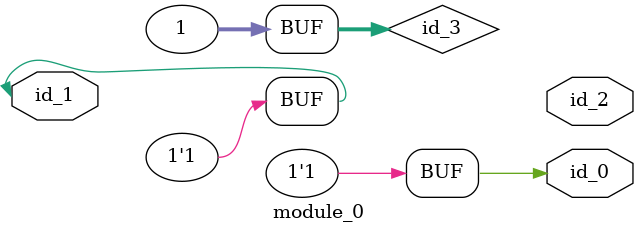
<source format=v>
module module_0 (
    output id_0,
    input  id_1,
    output id_2
);
  assign id_0 = 1 ? id_1 : 1 ? id_1 : id_1;
  assign id_0 = 1;
  integer id_3;
  assign id_3 = 1 & id_3 ? 1 : 1;
  wor id_4;
  assign id_4[1] = 1;
  type_7 id_5 (
      1,
      1'b0,
      1'b0
  );
endmodule

</source>
